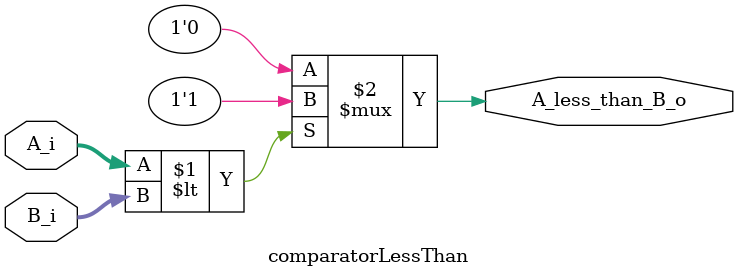
<source format=v>
/*	
   ===================================================================
   Module Name  : Comparator Less Than
      
   Filename     : comparatorLessThan.v
   Type         : Verilog Module
   
   Description  : This block compares two unsigned binary numbers.
                  A_less_than_B_o output values:
                  
                  Value   Condition
                  
                  1'b1     A_i < B_i                  
                  1'b0     otherwise
                  
   -----------------------------------------------------------------------------
   Clocks      : -
   Reset       : -
   Parameters  :   
         NAME                         Comments                   Default
         ------------------------------------------------------------------------------
         DATA_WIDTH              Number of data bits                13 
         ------------------------------------------------------------------------------
   Version     : 1.0
   Data        : 14 Nov 2018
   Revision    : -
   Reviser     : -		
   ------------------------------------------------------------------------------
      Modification Log "please register all the modifications in this area"
      (D/M/Y)  
      
   ----------------------
   // Instance template
   ----------------------
   comparatorLessThan 
   #(
      .DATA_WIDTH   (),
   )
   "MODULE_NAME"
   (
      A_i            (),
      B_i            (), 
      A_less_than_B_o()
   );
*/

module comparatorLessThan
#(
   parameter DATA_WIDTH = 13
)(
	input [DATA_WIDTH-1:0]  A_i,
	input [DATA_WIDTH-1:0]  B_i, 
	output                  A_less_than_B_o
);

assign A_less_than_B_o = ( A_i < B_i ) ? 1'b1 :  1'b0;

endmodule

</source>
